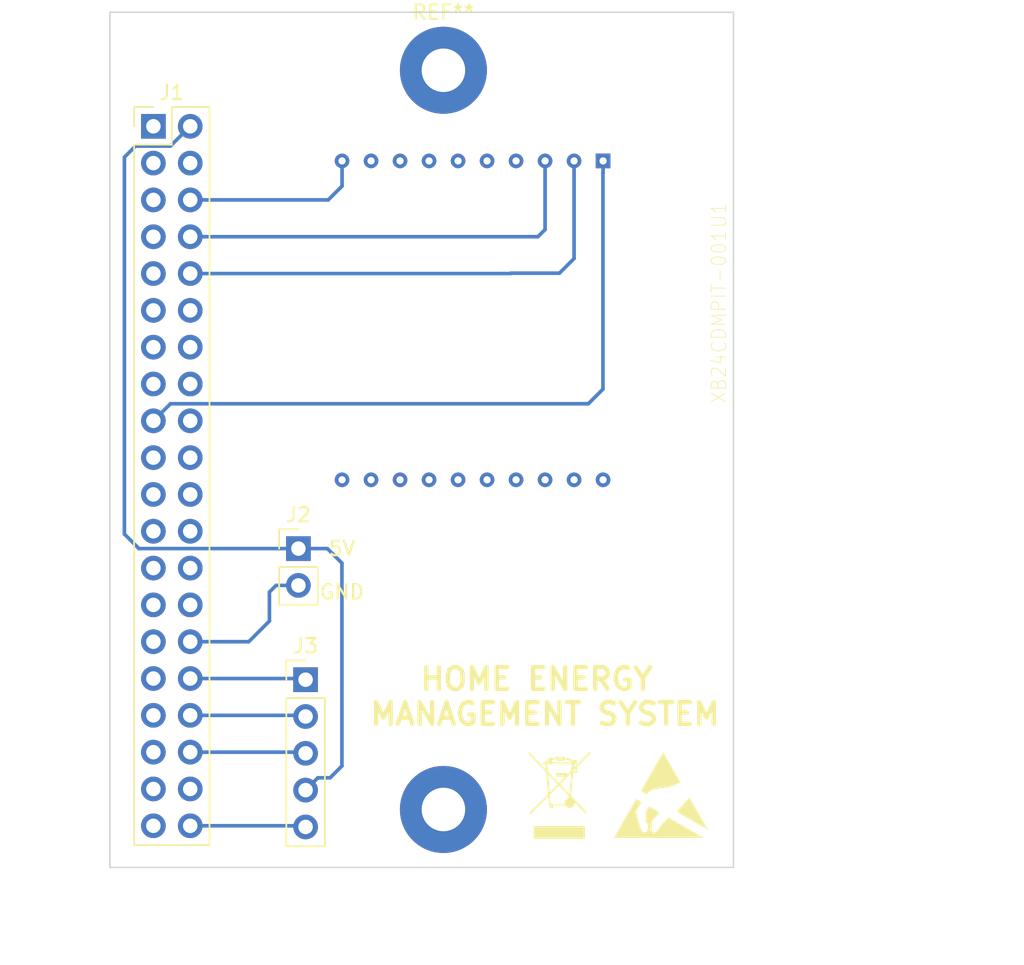
<source format=kicad_pcb>
(kicad_pcb (version 20171130) (host pcbnew "(5.0.2)-1")

  (general
    (thickness 1.6)
    (drawings 10)
    (tracks 43)
    (zones 0)
    (modules 8)
    (nets 57)
  )

  (page A4)
  (layers
    (0 F.Cu signal)
    (31 B.Cu signal)
    (32 B.Adhes user)
    (33 F.Adhes user)
    (34 B.Paste user)
    (35 F.Paste user)
    (36 B.SilkS user)
    (37 F.SilkS user)
    (38 B.Mask user)
    (39 F.Mask user)
    (40 Dwgs.User user)
    (41 Cmts.User user)
    (42 Eco1.User user)
    (43 Eco2.User user)
    (44 Edge.Cuts user)
    (45 Margin user)
    (46 B.CrtYd user)
    (47 F.CrtYd user)
    (48 B.Fab user)
    (49 F.Fab user)
  )

  (setup
    (last_trace_width 0.25)
    (trace_clearance 0.2)
    (zone_clearance 0.508)
    (zone_45_only no)
    (trace_min 0.2)
    (segment_width 0.2)
    (edge_width 0.1)
    (via_size 0.8)
    (via_drill 0.4)
    (via_min_size 0.4)
    (via_min_drill 0.3)
    (uvia_size 0.3)
    (uvia_drill 0.1)
    (uvias_allowed no)
    (uvia_min_size 0.2)
    (uvia_min_drill 0.1)
    (pcb_text_width 0.3)
    (pcb_text_size 1.5 1.5)
    (mod_edge_width 0.15)
    (mod_text_size 1 1)
    (mod_text_width 0.15)
    (pad_size 1.5 1.5)
    (pad_drill 0.6)
    (pad_to_mask_clearance 0)
    (solder_mask_min_width 0.25)
    (aux_axis_origin 0 0)
    (visible_elements 7FFFFFFF)
    (pcbplotparams
      (layerselection 0x010fc_ffffffff)
      (usegerberextensions false)
      (usegerberattributes false)
      (usegerberadvancedattributes false)
      (creategerberjobfile false)
      (excludeedgelayer true)
      (linewidth 0.100000)
      (plotframeref false)
      (viasonmask false)
      (mode 1)
      (useauxorigin false)
      (hpglpennumber 1)
      (hpglpenspeed 20)
      (hpglpendiameter 15.000000)
      (psnegative false)
      (psa4output false)
      (plotreference true)
      (plotvalue true)
      (plotinvisibletext false)
      (padsonsilk false)
      (subtractmaskfromsilk false)
      (outputformat 1)
      (mirror false)
      (drillshape 1)
      (scaleselection 1)
      (outputdirectory ""))
  )

  (net 0 "")
  (net 1 VCC)
  (net 2 5Vsupply)
  (net 3 "Net-(J1-Pad3)")
  (net 4 "Net-(J1-Pad4)")
  (net 5 "Net-(J1-Pad5)")
  (net 6 "Net-(J1-Pad7)")
  (net 7 X_DIN)
  (net 8 "Net-(J1-Pad9)")
  (net 9 X_DOUT)
  (net 10 "Net-(J1-Pad11)")
  (net 11 Therm_out)
  (net 12 "Net-(J1-Pad13)")
  (net 13 "Net-(J1-Pad14)")
  (net 14 "Net-(J1-Pad15)")
  (net 15 Therm_in_h)
  (net 16 Therm_in_c)
  (net 17 "Net-(J1-Pad19)")
  (net 18 "Net-(J1-Pad21)")
  (net 19 "Net-(J1-Pad22)")
  (net 20 "Net-(J1-Pad23)")
  (net 21 "Net-(J1-Pad24)")
  (net 22 "Net-(J1-Pad25)")
  (net 23 "Net-(J1-Pad26)")
  (net 24 "Net-(J1-Pad27)")
  (net 25 "Net-(J1-Pad28)")
  (net 26 "Net-(J1-Pad29)")
  (net 27 "Net-(J1-Pad31)")
  (net 28 "Net-(J1-Pad33)")
  (net 29 "Net-(J1-Pad35)")
  (net 30 "Net-(J1-Pad37)")
  (net 31 "Net-(J1-Pad38)")
  (net 32 GND)
  (net 33 "Net-(U1-Pad4)")
  (net 34 "Net-(U1-Pad5)")
  (net 35 "Net-(U1-Pad6)")
  (net 36 "Net-(U1-Pad7)")
  (net 37 "Net-(U1-Pad8)")
  (net 38 "Net-(U1-Pad9)")
  (net 39 "Net-(U1-Pad20)")
  (net 40 "Net-(U1-Pad19)")
  (net 41 "Net-(U1-Pad18)")
  (net 42 "Net-(U1-Pad17)")
  (net 43 "Net-(U1-Pad16)")
  (net 44 "Net-(U1-Pad15)")
  (net 45 "Net-(U1-Pad14)")
  (net 46 "Net-(U1-Pad13)")
  (net 47 "Net-(U1-Pad12)")
  (net 48 "Net-(U1-Pad11)")
  (net 49 "Net-(J1-Pad12)")
  (net 50 "Net-(J1-Pad16)")
  (net 51 "Net-(J1-Pad39)")
  (net 52 "Net-(J1-Pad18)")
  (net 53 "Net-(J1-Pad20)")
  (net 54 GND3)
  (net 55 GND2)
  (net 56 "Net-(J1-Pad1)")

  (net_class Default "This is the default net class."
    (clearance 0.2)
    (trace_width 0.25)
    (via_dia 0.8)
    (via_drill 0.4)
    (uvia_dia 0.3)
    (uvia_drill 0.1)
    (add_net 5Vsupply)
    (add_net GND)
    (add_net GND2)
    (add_net GND3)
    (add_net "Net-(J1-Pad1)")
    (add_net "Net-(J1-Pad11)")
    (add_net "Net-(J1-Pad12)")
    (add_net "Net-(J1-Pad13)")
    (add_net "Net-(J1-Pad14)")
    (add_net "Net-(J1-Pad15)")
    (add_net "Net-(J1-Pad16)")
    (add_net "Net-(J1-Pad18)")
    (add_net "Net-(J1-Pad19)")
    (add_net "Net-(J1-Pad20)")
    (add_net "Net-(J1-Pad21)")
    (add_net "Net-(J1-Pad22)")
    (add_net "Net-(J1-Pad23)")
    (add_net "Net-(J1-Pad24)")
    (add_net "Net-(J1-Pad25)")
    (add_net "Net-(J1-Pad26)")
    (add_net "Net-(J1-Pad27)")
    (add_net "Net-(J1-Pad28)")
    (add_net "Net-(J1-Pad29)")
    (add_net "Net-(J1-Pad3)")
    (add_net "Net-(J1-Pad31)")
    (add_net "Net-(J1-Pad33)")
    (add_net "Net-(J1-Pad35)")
    (add_net "Net-(J1-Pad37)")
    (add_net "Net-(J1-Pad38)")
    (add_net "Net-(J1-Pad39)")
    (add_net "Net-(J1-Pad4)")
    (add_net "Net-(J1-Pad5)")
    (add_net "Net-(J1-Pad7)")
    (add_net "Net-(J1-Pad9)")
    (add_net "Net-(U1-Pad11)")
    (add_net "Net-(U1-Pad12)")
    (add_net "Net-(U1-Pad13)")
    (add_net "Net-(U1-Pad14)")
    (add_net "Net-(U1-Pad15)")
    (add_net "Net-(U1-Pad16)")
    (add_net "Net-(U1-Pad17)")
    (add_net "Net-(U1-Pad18)")
    (add_net "Net-(U1-Pad19)")
    (add_net "Net-(U1-Pad20)")
    (add_net "Net-(U1-Pad4)")
    (add_net "Net-(U1-Pad5)")
    (add_net "Net-(U1-Pad6)")
    (add_net "Net-(U1-Pad7)")
    (add_net "Net-(U1-Pad8)")
    (add_net "Net-(U1-Pad9)")
    (add_net Therm_in_c)
    (add_net Therm_in_h)
    (add_net Therm_out)
    (add_net VCC)
    (add_net X_DIN)
    (add_net X_DOUT)
  )

  (module XB24CDMPIT-001:DIP-20 (layer F.Cu) (tedit 0) (tstamp 5C522E13)
    (at 145 69 270)
    (descr "Xbee Zb (Zigbee Pro Feature Set), 1mw, Wire Antenna, 250000")
    (path /5C50AEE8)
    (fp_text reference U1 (at 5 -34 270) (layer F.SilkS)
      (effects (font (size 1 0.9) (thickness 0.05)))
    )
    (fp_text value XB24CDMPIT-001 (at 12 -34 90) (layer F.SilkS)
      (effects (font (size 1 0.9) (thickness 0.05)))
    )
    (fp_line (start 7.593 -32.941) (end 0.002 -26.41) (layer Dwgs.User) (width 0.1))
    (fp_line (start 0.002 -26.41) (end 0.002 -0.001) (layer Dwgs.User) (width 0.1))
    (fp_line (start 0.002 -0.001) (end 24.381 -0.001) (layer Dwgs.User) (width 0.1))
    (fp_line (start 24.381 -0.001) (end 24.381 -26.411) (layer Dwgs.User) (width 0.1))
    (fp_line (start 24.381 -26.411) (end 16.791 -32.941) (layer Dwgs.User) (width 0.1))
    (fp_line (start 16.791 -32.941) (end 7.593 -32.941) (layer Dwgs.User) (width 0.1))
    (fp_text user XBee (at 6.00698 -17.22 270) (layer Edge.Cuts)
      (effects (font (size 1 1) (thickness 0.05)))
    )
    (fp_line (start 5.4 -20.8) (end 18.9 -20.8) (layer Dwgs.User) (width 0.1))
    (fp_line (start 5.4 -15.7) (end 18.9 -15.7) (layer Dwgs.User) (width 0.1))
    (pad 1 thru_hole rect (at 1.254 -26.009 270) (size 1.008 1.008) (drill 0.5) (layers *.Cu *.Mask)
      (net 1 VCC))
    (pad 2 thru_hole circle (at 1.254 -24.009 270) (size 1.008 1.008) (drill 0.5) (layers *.Cu *.Mask)
      (net 9 X_DOUT))
    (pad 3 thru_hole circle (at 1.254 -22.009 270) (size 1.008 1.008) (drill 0.5) (layers *.Cu *.Mask)
      (net 7 X_DIN))
    (pad 4 thru_hole circle (at 1.254 -20.009 270) (size 1.008 1.008) (drill 0.5) (layers *.Cu *.Mask)
      (net 33 "Net-(U1-Pad4)"))
    (pad 5 thru_hole circle (at 1.254 -18.009 270) (size 1.008 1.008) (drill 0.5) (layers *.Cu *.Mask)
      (net 34 "Net-(U1-Pad5)"))
    (pad 6 thru_hole circle (at 1.254 -16.009 270) (size 1.008 1.008) (drill 0.5) (layers *.Cu *.Mask)
      (net 35 "Net-(U1-Pad6)"))
    (pad 7 thru_hole circle (at 1.254 -14.009 270) (size 1.008 1.008) (drill 0.5) (layers *.Cu *.Mask)
      (net 36 "Net-(U1-Pad7)"))
    (pad 8 thru_hole circle (at 1.254 -12.009 270) (size 1.008 1.008) (drill 0.5) (layers *.Cu *.Mask)
      (net 37 "Net-(U1-Pad8)"))
    (pad 9 thru_hole circle (at 1.254 -10.009 270) (size 1.008 1.008) (drill 0.5) (layers *.Cu *.Mask)
      (net 38 "Net-(U1-Pad9)"))
    (pad 10 thru_hole circle (at 1.254 -8.009 270) (size 1.008 1.008) (drill 0.5) (layers *.Cu *.Mask)
      (net 32 GND))
    (pad 20 thru_hole circle (at 23.254 -26.009 270) (size 1.008 1.008) (drill 0.5) (layers *.Cu *.Mask)
      (net 39 "Net-(U1-Pad20)"))
    (pad 19 thru_hole circle (at 23.254 -24.009 270) (size 1.008 1.008) (drill 0.5) (layers *.Cu *.Mask)
      (net 40 "Net-(U1-Pad19)"))
    (pad 18 thru_hole circle (at 23.254 -22.009 270) (size 1.008 1.008) (drill 0.5) (layers *.Cu *.Mask)
      (net 41 "Net-(U1-Pad18)"))
    (pad 17 thru_hole circle (at 23.254 -20.009 270) (size 1.008 1.008) (drill 0.5) (layers *.Cu *.Mask)
      (net 42 "Net-(U1-Pad17)"))
    (pad 16 thru_hole circle (at 23.254 -18.009 270) (size 1.008 1.008) (drill 0.5) (layers *.Cu *.Mask)
      (net 43 "Net-(U1-Pad16)"))
    (pad 15 thru_hole circle (at 23.254 -16.009 270) (size 1.008 1.008) (drill 0.5) (layers *.Cu *.Mask)
      (net 44 "Net-(U1-Pad15)"))
    (pad 14 thru_hole circle (at 23.254 -14.009 270) (size 1.008 1.008) (drill 0.5) (layers *.Cu *.Mask)
      (net 45 "Net-(U1-Pad14)"))
    (pad 13 thru_hole circle (at 23.254 -12.009 270) (size 1.008 1.008) (drill 0.5) (layers *.Cu *.Mask)
      (net 46 "Net-(U1-Pad13)"))
    (pad 12 thru_hole circle (at 23.254 -10.009 270) (size 1.008 1.008) (drill 0.5) (layers *.Cu *.Mask)
      (net 47 "Net-(U1-Pad12)"))
    (pad 11 thru_hole circle (at 23.254 -8.009 270) (size 1.008 1.008) (drill 0.5) (layers *.Cu *.Mask)
      (net 48 "Net-(U1-Pad11)"))
  )

  (module Connector_PinHeader_2.54mm:PinHeader_2x20_P2.54mm_Vertical (layer F.Cu) (tedit 5C524F15) (tstamp 5C522DC3)
    (at 140 67.865001)
    (descr "Through hole straight pin header, 2x20, 2.54mm pitch, double rows")
    (tags "Through hole pin header THT 2x20 2.54mm double row")
    (path /5C4EF2A8)
    (fp_text reference J1 (at 1.27 -2.33) (layer F.SilkS)
      (effects (font (size 1 1) (thickness 0.15)))
    )
    (fp_text value Conn_02x20_Odd_Even (at -2 50.134999) (layer F.Fab)
      (effects (font (size 1 1) (thickness 0.15)))
    )
    (fp_line (start 0 -1.27) (end 3.81 -1.27) (layer F.Fab) (width 0.1))
    (fp_line (start 3.81 -1.27) (end 3.81 49.53) (layer F.Fab) (width 0.1))
    (fp_line (start 3.81 49.53) (end -1.27 49.53) (layer F.Fab) (width 0.1))
    (fp_line (start -1.27 49.53) (end -1.27 0) (layer F.Fab) (width 0.1))
    (fp_line (start -1.27 0) (end 0 -1.27) (layer F.Fab) (width 0.1))
    (fp_line (start -1.33 49.59) (end 3.87 49.59) (layer F.SilkS) (width 0.12))
    (fp_line (start -1.33 1.27) (end -1.33 49.59) (layer F.SilkS) (width 0.12))
    (fp_line (start 3.87 -1.33) (end 3.87 49.59) (layer F.SilkS) (width 0.12))
    (fp_line (start -1.33 1.27) (end 1.27 1.27) (layer F.SilkS) (width 0.12))
    (fp_line (start 1.27 1.27) (end 1.27 -1.33) (layer F.SilkS) (width 0.12))
    (fp_line (start 1.27 -1.33) (end 3.87 -1.33) (layer F.SilkS) (width 0.12))
    (fp_line (start -1.33 0) (end -1.33 -1.33) (layer F.SilkS) (width 0.12))
    (fp_line (start -1.33 -1.33) (end 0 -1.33) (layer F.SilkS) (width 0.12))
    (fp_line (start -1.8 -1.8) (end -1.8 50.05) (layer F.CrtYd) (width 0.05))
    (fp_line (start -1.8 50.05) (end 4.35 50.05) (layer F.CrtYd) (width 0.05))
    (fp_line (start 4.35 50.05) (end 4.35 -1.8) (layer F.CrtYd) (width 0.05))
    (fp_line (start 4.35 -1.8) (end -1.8 -1.8) (layer F.CrtYd) (width 0.05))
    (fp_text user %R (at 1.27 24.13 90) (layer F.Fab)
      (effects (font (size 1 1) (thickness 0.15)))
    )
    (pad 1 thru_hole rect (at 0 0) (size 1.7 1.7) (drill 1) (layers *.Cu *.Mask)
      (net 56 "Net-(J1-Pad1)"))
    (pad 2 thru_hole oval (at 2.54 0) (size 1.7 1.7) (drill 1) (layers *.Cu *.Mask)
      (net 2 5Vsupply))
    (pad 3 thru_hole oval (at 0 2.54) (size 1.7 1.7) (drill 1) (layers *.Cu *.Mask)
      (net 3 "Net-(J1-Pad3)"))
    (pad 4 thru_hole oval (at 2.54 2.54) (size 1.7 1.7) (drill 1) (layers *.Cu *.Mask)
      (net 4 "Net-(J1-Pad4)"))
    (pad 5 thru_hole oval (at 0 5.08) (size 1.7 1.7) (drill 1) (layers *.Cu *.Mask)
      (net 5 "Net-(J1-Pad5)"))
    (pad 6 thru_hole oval (at 2.54 5.08) (size 1.7 1.7) (drill 1) (layers *.Cu *.Mask)
      (net 32 GND))
    (pad 7 thru_hole oval (at 0 7.62) (size 1.7 1.7) (drill 1) (layers *.Cu *.Mask)
      (net 6 "Net-(J1-Pad7)"))
    (pad 8 thru_hole oval (at 2.54 7.62) (size 1.7 1.7) (drill 1) (layers *.Cu *.Mask)
      (net 7 X_DIN))
    (pad 9 thru_hole oval (at 0 10.16) (size 1.7 1.7) (drill 1) (layers *.Cu *.Mask)
      (net 8 "Net-(J1-Pad9)"))
    (pad 10 thru_hole oval (at 2.54 10.16) (size 1.7 1.7) (drill 1) (layers *.Cu *.Mask)
      (net 9 X_DOUT))
    (pad 11 thru_hole oval (at 0 12.7) (size 1.7 1.7) (drill 1) (layers *.Cu *.Mask)
      (net 10 "Net-(J1-Pad11)"))
    (pad 12 thru_hole oval (at 2.54 12.7) (size 1.7 1.7) (drill 1) (layers *.Cu *.Mask)
      (net 49 "Net-(J1-Pad12)"))
    (pad 13 thru_hole oval (at 0 15.24) (size 1.7 1.7) (drill 1) (layers *.Cu *.Mask)
      (net 12 "Net-(J1-Pad13)"))
    (pad 14 thru_hole oval (at 2.54 15.24) (size 1.7 1.7) (drill 1) (layers *.Cu *.Mask)
      (net 13 "Net-(J1-Pad14)"))
    (pad 15 thru_hole oval (at 0 17.78) (size 1.7 1.7) (drill 1) (layers *.Cu *.Mask)
      (net 14 "Net-(J1-Pad15)"))
    (pad 16 thru_hole oval (at 2.54 17.78) (size 1.7 1.7) (drill 1) (layers *.Cu *.Mask)
      (net 50 "Net-(J1-Pad16)"))
    (pad 17 thru_hole oval (at 0 20.32) (size 1.7 1.7) (drill 1) (layers *.Cu *.Mask)
      (net 1 VCC))
    (pad 18 thru_hole oval (at 2.54 20.32) (size 1.7 1.7) (drill 1) (layers *.Cu *.Mask)
      (net 52 "Net-(J1-Pad18)"))
    (pad 19 thru_hole oval (at 0 22.86) (size 1.7 1.7) (drill 1) (layers *.Cu *.Mask)
      (net 17 "Net-(J1-Pad19)"))
    (pad 20 thru_hole oval (at 2.54 22.86) (size 1.7 1.7) (drill 1) (layers *.Cu *.Mask)
      (net 53 "Net-(J1-Pad20)"))
    (pad 21 thru_hole oval (at 0 25.4) (size 1.7 1.7) (drill 1) (layers *.Cu *.Mask)
      (net 18 "Net-(J1-Pad21)"))
    (pad 22 thru_hole oval (at 2.54 25.4) (size 1.7 1.7) (drill 1) (layers *.Cu *.Mask)
      (net 19 "Net-(J1-Pad22)"))
    (pad 23 thru_hole oval (at 0 27.94) (size 1.7 1.7) (drill 1) (layers *.Cu *.Mask)
      (net 20 "Net-(J1-Pad23)"))
    (pad 24 thru_hole oval (at 2.54 27.94) (size 1.7 1.7) (drill 1) (layers *.Cu *.Mask)
      (net 21 "Net-(J1-Pad24)"))
    (pad 25 thru_hole oval (at 0 30.48) (size 1.7 1.7) (drill 1) (layers *.Cu *.Mask)
      (net 22 "Net-(J1-Pad25)"))
    (pad 26 thru_hole oval (at 2.54 30.48) (size 1.7 1.7) (drill 1) (layers *.Cu *.Mask)
      (net 23 "Net-(J1-Pad26)"))
    (pad 27 thru_hole oval (at 0 33.02) (size 1.7 1.7) (drill 1) (layers *.Cu *.Mask)
      (net 24 "Net-(J1-Pad27)"))
    (pad 28 thru_hole oval (at 2.54 33.02) (size 1.7 1.7) (drill 1) (layers *.Cu *.Mask)
      (net 25 "Net-(J1-Pad28)"))
    (pad 29 thru_hole oval (at 0 35.56) (size 1.7 1.7) (drill 1) (layers *.Cu *.Mask)
      (net 26 "Net-(J1-Pad29)"))
    (pad 30 thru_hole oval (at 2.54 35.56) (size 1.7 1.7) (drill 1) (layers *.Cu *.Mask)
      (net 54 GND3))
    (pad 31 thru_hole oval (at 0 38.1) (size 1.7 1.7) (drill 1) (layers *.Cu *.Mask)
      (net 27 "Net-(J1-Pad31)"))
    (pad 32 thru_hole oval (at 2.54 38.1) (size 1.7 1.7) (drill 1) (layers *.Cu *.Mask)
      (net 15 Therm_in_h))
    (pad 33 thru_hole oval (at 0 40.64) (size 1.7 1.7) (drill 1) (layers *.Cu *.Mask)
      (net 28 "Net-(J1-Pad33)"))
    (pad 34 thru_hole oval (at 2.54 40.64) (size 1.7 1.7) (drill 1) (layers *.Cu *.Mask)
      (net 55 GND2))
    (pad 35 thru_hole oval (at 0 43.18) (size 1.7 1.7) (drill 1) (layers *.Cu *.Mask)
      (net 29 "Net-(J1-Pad35)"))
    (pad 36 thru_hole oval (at 2.54 43.18) (size 1.7 1.7) (drill 1) (layers *.Cu *.Mask)
      (net 16 Therm_in_c))
    (pad 37 thru_hole oval (at 0 45.72) (size 1.7 1.7) (drill 1) (layers *.Cu *.Mask)
      (net 30 "Net-(J1-Pad37)"))
    (pad 38 thru_hole oval (at 2.54 45.72) (size 1.7 1.7) (drill 1) (layers *.Cu *.Mask)
      (net 31 "Net-(J1-Pad38)"))
    (pad 39 thru_hole oval (at 0 48.26) (size 1.7 1.7) (drill 1) (layers *.Cu *.Mask)
      (net 51 "Net-(J1-Pad39)"))
    (pad 40 thru_hole oval (at 2.54 48.26) (size 1.7 1.7) (drill 1) (layers *.Cu *.Mask)
      (net 11 Therm_out))
    (model ${KISYS3DMOD}/Connector_PinHeader_2.54mm.3dshapes/PinHeader_2x20_P2.54mm_Vertical.wrl
      (at (xyz 0 0 0))
      (scale (xyz 1 1 1))
      (rotate (xyz 0 0 0))
    )
  )

  (module Connector_PinHeader_2.54mm:PinHeader_1x02_P2.54mm_Vertical (layer F.Cu) (tedit 59FED5CC) (tstamp 5C522DD9)
    (at 150 97)
    (descr "Through hole straight pin header, 1x02, 2.54mm pitch, single row")
    (tags "Through hole pin header THT 1x02 2.54mm single row")
    (path /5C50A7E1)
    (fp_text reference J2 (at 0 -2.33) (layer F.SilkS)
      (effects (font (size 1 1) (thickness 0.15)))
    )
    (fp_text value Conn_01x02_Male (at 0 4.87) (layer F.Fab)
      (effects (font (size 1 1) (thickness 0.15)))
    )
    (fp_text user %R (at 0 1.27 -270) (layer F.Fab)
      (effects (font (size 1 1) (thickness 0.15)))
    )
    (fp_line (start 1.8 -1.8) (end -1.8 -1.8) (layer F.CrtYd) (width 0.05))
    (fp_line (start 1.8 4.35) (end 1.8 -1.8) (layer F.CrtYd) (width 0.05))
    (fp_line (start -1.8 4.35) (end 1.8 4.35) (layer F.CrtYd) (width 0.05))
    (fp_line (start -1.8 -1.8) (end -1.8 4.35) (layer F.CrtYd) (width 0.05))
    (fp_line (start -1.33 -1.33) (end 0 -1.33) (layer F.SilkS) (width 0.12))
    (fp_line (start -1.33 0) (end -1.33 -1.33) (layer F.SilkS) (width 0.12))
    (fp_line (start -1.33 1.27) (end 1.33 1.27) (layer F.SilkS) (width 0.12))
    (fp_line (start 1.33 1.27) (end 1.33 3.87) (layer F.SilkS) (width 0.12))
    (fp_line (start -1.33 1.27) (end -1.33 3.87) (layer F.SilkS) (width 0.12))
    (fp_line (start -1.33 3.87) (end 1.33 3.87) (layer F.SilkS) (width 0.12))
    (fp_line (start -1.27 -0.635) (end -0.635 -1.27) (layer F.Fab) (width 0.1))
    (fp_line (start -1.27 3.81) (end -1.27 -0.635) (layer F.Fab) (width 0.1))
    (fp_line (start 1.27 3.81) (end -1.27 3.81) (layer F.Fab) (width 0.1))
    (fp_line (start 1.27 -1.27) (end 1.27 3.81) (layer F.Fab) (width 0.1))
    (fp_line (start -0.635 -1.27) (end 1.27 -1.27) (layer F.Fab) (width 0.1))
    (pad 2 thru_hole oval (at 0 2.54) (size 1.7 1.7) (drill 1) (layers *.Cu *.Mask)
      (net 54 GND3))
    (pad 1 thru_hole rect (at 0 0) (size 1.7 1.7) (drill 1) (layers *.Cu *.Mask)
      (net 2 5Vsupply))
    (model ${KISYS3DMOD}/Connector_PinHeader_2.54mm.3dshapes/PinHeader_1x02_P2.54mm_Vertical.wrl
      (at (xyz 0 0 0))
      (scale (xyz 1 1 1))
      (rotate (xyz 0 0 0))
    )
  )

  (module Connector_PinHeader_2.54mm:PinHeader_1x05_P2.54mm_Vertical (layer F.Cu) (tedit 59FED5CC) (tstamp 5C522DF2)
    (at 150.495 106.045)
    (descr "Through hole straight pin header, 1x05, 2.54mm pitch, single row")
    (tags "Through hole pin header THT 1x05 2.54mm single row")
    (path /5C4EF7D1)
    (fp_text reference J3 (at 0 -2.33) (layer F.SilkS)
      (effects (font (size 1 1) (thickness 0.15)))
    )
    (fp_text value Conn_01x05_Male (at 0 12.49) (layer F.Fab)
      (effects (font (size 1 1) (thickness 0.15)))
    )
    (fp_line (start -0.635 -1.27) (end 1.27 -1.27) (layer F.Fab) (width 0.1))
    (fp_line (start 1.27 -1.27) (end 1.27 11.43) (layer F.Fab) (width 0.1))
    (fp_line (start 1.27 11.43) (end -1.27 11.43) (layer F.Fab) (width 0.1))
    (fp_line (start -1.27 11.43) (end -1.27 -0.635) (layer F.Fab) (width 0.1))
    (fp_line (start -1.27 -0.635) (end -0.635 -1.27) (layer F.Fab) (width 0.1))
    (fp_line (start -1.33 11.49) (end 1.33 11.49) (layer F.SilkS) (width 0.12))
    (fp_line (start -1.33 1.27) (end -1.33 11.49) (layer F.SilkS) (width 0.12))
    (fp_line (start 1.33 1.27) (end 1.33 11.49) (layer F.SilkS) (width 0.12))
    (fp_line (start -1.33 1.27) (end 1.33 1.27) (layer F.SilkS) (width 0.12))
    (fp_line (start -1.33 0) (end -1.33 -1.33) (layer F.SilkS) (width 0.12))
    (fp_line (start -1.33 -1.33) (end 0 -1.33) (layer F.SilkS) (width 0.12))
    (fp_line (start -1.8 -1.8) (end -1.8 11.95) (layer F.CrtYd) (width 0.05))
    (fp_line (start -1.8 11.95) (end 1.8 11.95) (layer F.CrtYd) (width 0.05))
    (fp_line (start 1.8 11.95) (end 1.8 -1.8) (layer F.CrtYd) (width 0.05))
    (fp_line (start 1.8 -1.8) (end -1.8 -1.8) (layer F.CrtYd) (width 0.05))
    (fp_text user %R (at 0 5.08 90) (layer F.Fab)
      (effects (font (size 1 1) (thickness 0.15)))
    )
    (pad 1 thru_hole rect (at 0 0) (size 1.7 1.7) (drill 1) (layers *.Cu *.Mask)
      (net 15 Therm_in_h))
    (pad 2 thru_hole oval (at 0 2.54) (size 1.7 1.7) (drill 1) (layers *.Cu *.Mask)
      (net 55 GND2))
    (pad 3 thru_hole oval (at 0 5.08) (size 1.7 1.7) (drill 1) (layers *.Cu *.Mask)
      (net 16 Therm_in_c))
    (pad 4 thru_hole oval (at 0 7.62) (size 1.7 1.7) (drill 1) (layers *.Cu *.Mask)
      (net 2 5Vsupply))
    (pad 5 thru_hole oval (at 0 10.16) (size 1.7 1.7) (drill 1) (layers *.Cu *.Mask)
      (net 11 Therm_out))
    (model ${KISYS3DMOD}/Connector_PinHeader_2.54mm.3dshapes/PinHeader_1x05_P2.54mm_Vertical.wrl
      (at (xyz 0 0 0))
      (scale (xyz 1 1 1))
      (rotate (xyz 0 0 0))
    )
  )

  (module MountingHole:MountingHole_3mm_Pad (layer F.Cu) (tedit 5C706576) (tstamp 5C705229)
    (at 160 115)
    (descr "Mounting Hole 3mm")
    (tags "mounting hole 3mm")
    (attr virtual)
    (fp_text reference "" (at 0 -4) (layer F.SilkS)
      (effects (font (size 1 1) (thickness 0.15)))
    )
    (fp_text value MountingHole_3mm_Pad (at 0 4) (layer F.Fab)
      (effects (font (size 1 1) (thickness 0.15)))
    )
    (fp_circle (center 0 0) (end 3.25 0) (layer F.CrtYd) (width 0.05))
    (fp_circle (center 0 0) (end 3 0) (layer Cmts.User) (width 0.15))
    (fp_text user %R (at 0.3 0) (layer F.Fab)
      (effects (font (size 1 1) (thickness 0.15)))
    )
    (pad 1 thru_hole circle (at 0 0) (size 6 6) (drill 3) (layers *.Cu *.Mask))
  )

  (module MountingHole:MountingHole_3mm_Pad (layer F.Cu) (tedit 56D1B4CB) (tstamp 5C70545D)
    (at 160 64)
    (descr "Mounting Hole 3mm")
    (tags "mounting hole 3mm")
    (attr virtual)
    (fp_text reference REF** (at 0 -4) (layer F.SilkS)
      (effects (font (size 1 1) (thickness 0.15)))
    )
    (fp_text value MountingHole_3mm_Pad (at 0 4) (layer F.Fab)
      (effects (font (size 1 1) (thickness 0.15)))
    )
    (fp_circle (center 0 0) (end 3.25 0) (layer F.CrtYd) (width 0.05))
    (fp_circle (center 0 0) (end 3 0) (layer Cmts.User) (width 0.15))
    (fp_text user %R (at 0.3 0) (layer F.Fab)
      (effects (font (size 1 1) (thickness 0.15)))
    )
    (pad 1 thru_hole circle (at 0 0) (size 6 6) (drill 3) (layers *.Cu *.Mask))
  )

  (module Symbol:ESD-Logo_6.6x6mm_SilkScreen (layer F.Cu) (tedit 0) (tstamp 5C775F39)
    (at 175 114)
    (descr "Electrostatic discharge Logo")
    (tags "Logo ESD")
    (attr virtual)
    (fp_text reference REF** (at 0 0) (layer F.SilkS) hide
      (effects (font (size 1 1) (thickness 0.15)))
    )
    (fp_text value ESD-Logo_6.6x6mm_SilkScreen (at 0.75 0) (layer F.Fab) hide
      (effects (font (size 1 1) (thickness 0.15)))
    )
    (fp_poly (pts (xy 0.164043 -2.914165) (xy 0.187065 -2.876755) (xy 0.222534 -2.817486) (xy 0.268996 -2.738882)
      (xy 0.324996 -2.643462) (xy 0.389081 -2.53375) (xy 0.459796 -2.412266) (xy 0.535687 -2.281532)
      (xy 0.615299 -2.14407) (xy 0.697178 -2.002402) (xy 0.77987 -1.859049) (xy 0.861921 -1.716533)
      (xy 0.941876 -1.577376) (xy 1.018281 -1.444099) (xy 1.089682 -1.319224) (xy 1.154624 -1.205273)
      (xy 1.211653 -1.104767) (xy 1.259315 -1.020228) (xy 1.296155 -0.954178) (xy 1.32072 -0.909138)
      (xy 1.331554 -0.88763) (xy 1.331951 -0.886286) (xy 1.318501 -0.868035) (xy 1.281114 -0.840118)
      (xy 1.224235 -0.805275) (xy 1.152312 -0.766246) (xy 1.077015 -0.729157) (xy 0.97456 -0.684183)
      (xy 0.866817 -0.643774) (xy 0.750073 -0.607031) (xy 0.620618 -0.573058) (xy 0.47474 -0.540956)
      (xy 0.308726 -0.509827) (xy 0.118866 -0.478773) (xy -0.077531 -0.449855) (xy -0.248166 -0.4242)
      (xy -0.391455 -0.398802) (xy -0.510992 -0.372398) (xy -0.61037 -0.343727) (xy -0.693182 -0.311527)
      (xy -0.763022 -0.274535) (xy -0.823482 -0.231488) (xy -0.878155 -0.181125) (xy -0.895786 -0.162417)
      (xy -0.934 -0.118861) (xy -0.962268 -0.083318) (xy -0.975382 -0.062417) (xy -0.975732 -0.060703)
      (xy -0.98032 -0.050194) (xy -0.996242 -0.050076) (xy -1.026734 -0.061746) (xy -1.075032 -0.086604)
      (xy -1.144373 -0.126048) (xy -1.192561 -0.154413) (xy -1.264417 -0.198753) (xy -1.320258 -0.236721)
      (xy -1.356333 -0.265584) (xy -1.368887 -0.282612) (xy -1.368879 -0.282736) (xy -1.361094 -0.298963)
      (xy -1.339108 -0.3396) (xy -1.304197 -0.402433) (xy -1.257637 -0.485248) (xy -1.200705 -0.585828)
      (xy -1.134677 -0.70196) (xy -1.060828 -0.831429) (xy -0.980436 -0.97202) (xy -0.894776 -1.121518)
      (xy -0.805124 -1.277708) (xy -0.712757 -1.438376) (xy -0.618951 -1.601307) (xy -0.524982 -1.764287)
      (xy -0.432126 -1.9251) (xy -0.34166 -2.081532) (xy -0.254859 -2.231367) (xy -0.173 -2.372392)
      (xy -0.097359 -2.502391) (xy -0.029213 -2.619151) (xy 0.030163 -2.720455) (xy 0.079493 -2.804089)
      (xy 0.1175 -2.867838) (xy 0.142907 -2.909489) (xy 0.15444 -2.926825) (xy 0.154923 -2.927195)
      (xy 0.164043 -2.914165)) (layer F.SilkS) (width 0.01))
    (fp_poly (pts (xy 1.987528 0.234619) (xy 1.998908 0.253693) (xy 2.024488 0.297421) (xy 2.063002 0.363619)
      (xy 2.113186 0.450102) (xy 2.173775 0.554685) (xy 2.243503 0.675183) (xy 2.321107 0.809412)
      (xy 2.40532 0.955187) (xy 2.494879 1.110323) (xy 2.586998 1.27) (xy 2.681076 1.433117)
      (xy 2.771402 1.589709) (xy 2.856665 1.737506) (xy 2.935557 1.87424) (xy 3.006769 1.997642)
      (xy 3.068991 2.105444) (xy 3.120913 2.195377) (xy 3.161228 2.265173) (xy 3.188624 2.312564)
      (xy 3.201507 2.334786) (xy 3.222507 2.37233) (xy 3.233925 2.395831) (xy 3.234551 2.39992)
      (xy 3.220636 2.392242) (xy 3.181941 2.370203) (xy 3.120487 2.334971) (xy 3.038298 2.287711)
      (xy 2.937396 2.229589) (xy 2.819805 2.161771) (xy 2.687546 2.085424) (xy 2.542642 2.001714)
      (xy 2.387117 1.911806) (xy 2.222992 1.816867) (xy 2.160549 1.780732) (xy 1.993487 1.684083)
      (xy 1.834074 1.591938) (xy 1.684355 1.505475) (xy 1.546376 1.425871) (xy 1.422185 1.354305)
      (xy 1.313827 1.291955) (xy 1.223348 1.239998) (xy 1.152796 1.199613) (xy 1.104215 1.171978)
      (xy 1.079654 1.158272) (xy 1.077085 1.156974) (xy 1.084569 1.14522) (xy 1.110614 1.113795)
      (xy 1.152559 1.065594) (xy 1.207746 1.00351) (xy 1.273517 0.930439) (xy 1.347212 0.849276)
      (xy 1.426173 0.762916) (xy 1.50774 0.674253) (xy 1.589254 0.586182) (xy 1.668057 0.501599)
      (xy 1.74149 0.423397) (xy 1.806893 0.354472) (xy 1.861608 0.297719) (xy 1.902977 0.256032)
      (xy 1.917164 0.242363) (xy 1.96418 0.198201) (xy 1.987528 0.234619)) (layer F.SilkS) (width 0.01))
    (fp_poly (pts (xy -1.677906 0.291158) (xy -1.645381 0.303736) (xy -1.595807 0.328712) (xy -1.524626 0.367876)
      (xy -1.519084 0.370988) (xy -1.453526 0.408476) (xy -1.398202 0.441319) (xy -1.358545 0.466205)
      (xy -1.339988 0.47982) (xy -1.339469 0.480487) (xy -1.343952 0.49939) (xy -1.364514 0.541605)
      (xy -1.399817 0.604832) (xy -1.44852 0.686772) (xy -1.509282 0.785122) (xy -1.580764 0.897585)
      (xy -1.598555 0.925165) (xy -1.644907 1.001699) (xy -1.678658 1.067556) (xy -1.696847 1.116782)
      (xy -1.698714 1.126507) (xy -1.697885 1.169312) (xy -1.688606 1.237209) (xy -1.672032 1.325843)
      (xy -1.64932 1.430859) (xy -1.621627 1.547902) (xy -1.59011 1.672616) (xy -1.555925 1.800645)
      (xy -1.520229 1.927634) (xy -1.484179 2.049228) (xy -1.448932 2.161072) (xy -1.415644 2.25881)
      (xy -1.385472 2.338087) (xy -1.364439 2.385122) (xy -1.339663 2.435225) (xy -1.31627 2.483168)
      (xy -1.315003 2.485793) (xy -1.276301 2.53422) (xy -1.219816 2.566828) (xy -1.154061 2.582454)
      (xy -1.087549 2.579937) (xy -1.028795 2.558114) (xy -0.995742 2.529382) (xy -0.948141 2.450583)
      (xy -0.913261 2.352378) (xy -0.894123 2.244779) (xy -0.891412 2.18378) (xy -0.90233 2.069935)
      (xy -0.934376 1.97566) (xy -0.989274 1.896379) (xy -1.006393 1.878733) (xy -1.057339 1.829235)
      (xy -1.060837 1.479362) (xy -1.064336 1.129489) (xy -0.975182 0.994531) (xy -0.933346 0.933445)
      (xy -0.893055 0.878493) (xy -0.860057 0.837336) (xy -0.845874 0.822192) (xy -0.805719 0.78481)
      (xy -0.751335 0.814098) (xy -0.716961 0.835084) (xy -0.698154 0.851378) (xy -0.696951 0.854307)
      (xy -0.684097 0.866728) (xy -0.662104 0.875977) (xy -0.64085 0.884313) (xy -0.608306 0.900149)
      (xy -0.561678 0.925033) (xy -0.498171 0.960509) (xy -0.414992 1.008123) (xy -0.309347 1.069422)
      (xy -0.251938 1.102932) (xy -0.184406 1.143071) (xy -0.140115 1.171659) (xy -0.115145 1.192039)
      (xy -0.105577 1.207553) (xy -0.107492 1.221546) (xy -0.109089 1.224796) (xy -0.124624 1.245266)
      (xy -0.157864 1.283665) (xy -0.204938 1.335696) (xy -0.261972 1.397066) (xy -0.3113 1.44909)
      (xy -0.42497 1.572567) (xy -0.513895 1.679591) (xy -0.578866 1.77124) (xy -0.620679 1.848588)
      (xy -0.634783 1.887866) (xy -0.640608 1.922249) (xy -0.646625 1.980899) (xy -0.652304 2.057117)
      (xy -0.657116 2.144202) (xy -0.659381 2.199268) (xy -0.662541 2.294464) (xy -0.663931 2.364062)
      (xy -0.663142 2.413409) (xy -0.659765 2.447854) (xy -0.653392 2.472743) (xy -0.643613 2.493425)
      (xy -0.635933 2.506053) (xy -0.591579 2.554726) (xy -0.534426 2.588645) (xy -0.474292 2.603438)
      (xy -0.429227 2.598086) (xy -0.388424 2.57493) (xy -0.337276 2.533462) (xy -0.282958 2.480912)
      (xy -0.232643 2.424516) (xy -0.193506 2.371505) (xy -0.179095 2.345889) (xy -0.157509 2.310814)
      (xy -0.118247 2.257389) (xy -0.064898 2.189789) (xy -0.001048 2.11219) (xy 0.069715 2.028768)
      (xy 0.143804 1.943698) (xy 0.217632 1.861155) (xy 0.287611 1.785316) (xy 0.350155 1.720356)
      (xy 0.39926 1.672669) (xy 0.453779 1.625032) (xy 0.499642 1.589908) (xy 0.531811 1.570949)
      (xy 0.542489 1.568864) (xy 0.558853 1.577274) (xy 0.599671 1.599846) (xy 0.662586 1.635224)
      (xy 0.745244 1.682054) (xy 0.845289 1.738981) (xy 0.960366 1.804649) (xy 1.088119 1.877703)
      (xy 1.226194 1.956788) (xy 1.372234 2.040548) (xy 1.523884 2.127629) (xy 1.67879 2.216676)
      (xy 1.834595 2.306332) (xy 1.988944 2.395243) (xy 2.139482 2.482054) (xy 2.283854 2.565409)
      (xy 2.419704 2.643954) (xy 2.544677 2.716333) (xy 2.656417 2.78119) (xy 2.75257 2.837171)
      (xy 2.830779 2.88292) (xy 2.888689 2.917083) (xy 2.923946 2.938304) (xy 2.934165 2.944963)
      (xy 2.920402 2.94628) (xy 2.877104 2.947559) (xy 2.805714 2.948796) (xy 2.707673 2.949983)
      (xy 2.584422 2.951115) (xy 2.437403 2.952186) (xy 2.268057 2.953189) (xy 2.077826 2.954119)
      (xy 1.868151 2.954968) (xy 1.640473 2.955732) (xy 1.396235 2.956403) (xy 1.136877 2.956976)
      (xy 0.863841 2.957444) (xy 0.578568 2.957802) (xy 0.2825 2.958042) (xy -0.022921 2.958159)
      (xy -0.151076 2.958171) (xy -3.25103 2.958171) (xy -3.029947 2.574847) (xy -2.983144 2.49368)
      (xy -2.922898 2.389166) (xy -2.851222 2.264801) (xy -2.770131 2.124082) (xy -2.681638 1.970503)
      (xy -2.58776 1.807562) (xy -2.490509 1.638754) (xy -2.3919 1.467575) (xy -2.293947 1.297521)
      (xy -2.269175 1.254512) (xy -2.178848 1.097857) (xy -2.092711 0.948803) (xy -2.012058 0.809568)
      (xy -1.938184 0.682371) (xy -1.872383 0.569432) (xy -1.81595 0.472968) (xy -1.770179 0.3952)
      (xy -1.736365 0.338346) (xy -1.715802 0.304625) (xy -1.710047 0.29604) (xy -1.697942 0.289189)
      (xy -1.677906 0.291158)) (layer F.SilkS) (width 0.01))
  )

  (module Symbol:WEEE-Logo_4.2x6mm_SilkScreen (layer F.Cu) (tedit 0) (tstamp 5C775FC5)
    (at 168 114)
    (descr "Waste Electrical and Electronic Equipment Directive")
    (tags "Logo WEEE")
    (attr virtual)
    (fp_text reference REF** (at 0 0) (layer F.SilkS) hide
      (effects (font (size 1 1) (thickness 0.15)))
    )
    (fp_text value WEEE-Logo_4.2x6mm_SilkScreen (at 0.75 0) (layer F.Fab) hide
      (effects (font (size 1 1) (thickness 0.15)))
    )
    (fp_poly (pts (xy 2.12443 -2.935152) (xy 2.123811 -2.848069) (xy 1.672086 -2.389109) (xy 1.220361 -1.930148)
      (xy 1.220032 -1.719529) (xy 1.219703 -1.508911) (xy 0.94461 -1.508911) (xy 0.937522 -1.45547)
      (xy 0.934838 -1.431112) (xy 0.930313 -1.385241) (xy 0.924191 -1.320595) (xy 0.916712 -1.239909)
      (xy 0.908119 -1.145919) (xy 0.898654 -1.041363) (xy 0.888558 -0.928975) (xy 0.878074 -0.811493)
      (xy 0.867444 -0.691652) (xy 0.856909 -0.572189) (xy 0.846713 -0.455841) (xy 0.837095 -0.345343)
      (xy 0.8283 -0.243431) (xy 0.820568 -0.152842) (xy 0.814142 -0.076313) (xy 0.809263 -0.016579)
      (xy 0.806175 0.023624) (xy 0.805117 0.041559) (xy 0.805118 0.041644) (xy 0.812827 0.056035)
      (xy 0.835981 0.085748) (xy 0.874895 0.131131) (xy 0.929884 0.192529) (xy 1.001264 0.270288)
      (xy 1.089349 0.364754) (xy 1.194454 0.476272) (xy 1.316895 0.605188) (xy 1.35131 0.641287)
      (xy 1.897137 1.213416) (xy 1.808881 1.301436) (xy 1.737485 1.223758) (xy 1.711366 1.195686)
      (xy 1.670566 1.152274) (xy 1.617777 1.096366) (xy 1.555691 1.030808) (xy 1.487 0.958441)
      (xy 1.414396 0.882112) (xy 1.37096 0.836524) (xy 1.289416 0.751119) (xy 1.223504 0.68271)
      (xy 1.171544 0.630053) (xy 1.131855 0.591905) (xy 1.102757 0.56702) (xy 1.082569 0.554156)
      (xy 1.06961 0.552068) (xy 1.0622 0.559513) (xy 1.058658 0.575246) (xy 1.057303 0.598023)
      (xy 1.057121 0.604239) (xy 1.047703 0.647061) (xy 1.024497 0.698819) (xy 0.992136 0.751328)
      (xy 0.955252 0.796403) (xy 0.940493 0.810328) (xy 0.864767 0.859047) (xy 0.776308 0.886306)
      (xy 0.6981 0.892773) (xy 0.609468 0.880576) (xy 0.527612 0.844813) (xy 0.455164 0.786722)
      (xy 0.441797 0.772262) (xy 0.392918 0.716733) (xy -0.452674 0.716733) (xy -0.452674 0.892773)
      (xy -0.67901 0.892773) (xy -0.67901 0.810531) (xy -0.68185 0.754386) (xy -0.691393 0.715416)
      (xy -0.702991 0.694219) (xy -0.711277 0.679052) (xy -0.718373 0.657062) (xy -0.724748 0.624987)
      (xy -0.730872 0.579569) (xy -0.737216 0.517548) (xy -0.74425 0.435662) (xy -0.749066 0.374746)
      (xy -0.771161 0.089343) (xy -1.313565 0.638805) (xy -1.411637 0.738228) (xy -1.505784 0.833815)
      (xy -1.594285 0.92381) (xy -1.67542 1.006457) (xy -1.747469 1.080001) (xy -1.808712 1.142684)
      (xy -1.857427 1.192752) (xy -1.891896 1.228448) (xy -1.910379 1.247995) (xy -1.940743 1.278944)
      (xy -1.966071 1.30053) (xy -1.979695 1.307723) (xy -1.997095 1.299297) (xy -2.02246 1.278245)
      (xy -2.031058 1.269671) (xy -2.067514 1.23162) (xy -1.866802 1.027658) (xy -1.815596 0.975699)
      (xy -1.749569 0.90882) (xy -1.671618 0.82995) (xy -1.584638 0.742014) (xy -1.491526 0.647941)
      (xy -1.395179 0.550658) (xy -1.298492 0.453093) (xy -1.229134 0.383145) (xy -1.123703 0.27655)
      (xy -1.035129 0.186307) (xy -0.962281 0.111192) (xy -0.904023 0.049986) (xy -0.859225 0.001466)
      (xy -0.837021 -0.023871) (xy -0.658724 -0.023871) (xy -0.636401 0.261555) (xy -0.629669 0.345219)
      (xy -0.623157 0.421727) (xy -0.617234 0.487081) (xy -0.612268 0.537281) (xy -0.608629 0.568329)
      (xy -0.607458 0.575273) (xy -0.600838 0.603565) (xy 0.348636 0.603565) (xy 0.354974 0.524606)
      (xy 0.37411 0.431315) (xy 0.414154 0.348791) (xy 0.472582 0.280038) (xy 0.546871 0.228063)
      (xy 0.630252 0.196863) (xy 0.657302 0.182228) (xy 0.670844 0.150819) (xy 0.671128 0.149434)
      (xy 0.672753 0.136174) (xy 0.670744 0.122595) (xy 0.663142 0.106181) (xy 0.647984 0.084411)
      (xy 0.623312 0.054767) (xy 0.587164 0.014732) (xy 0.53758 -0.038215) (xy 0.472599 -0.106591)
      (xy 0.468401 -0.110995) (xy 0.398507 -0.184389) (xy 0.3242 -0.262563) (xy 0.250586 -0.340136)
      (xy 0.182771 -0.411725) (xy 0.12586 -0.471949) (xy 0.113168 -0.485413) (xy 0.064513 -0.53618)
      (xy 0.021291 -0.579625) (xy -0.013395 -0.612759) (xy -0.036444 -0.632595) (xy -0.044182 -0.636954)
      (xy -0.055722 -0.62783) (xy -0.08271 -0.6028) (xy -0.123021 -0.563948) (xy -0.174529 -0.513357)
      (xy -0.235109 -0.453112) (xy -0.302636 -0.385296) (xy -0.357826 -0.329435) (xy -0.658724 -0.023871)
      (xy -0.837021 -0.023871) (xy -0.826751 -0.035589) (xy -0.805471 -0.062401) (xy -0.794251 -0.080192)
      (xy -0.791754 -0.08843) (xy -0.7927 -0.10641) (xy -0.795573 -0.147108) (xy -0.800187 -0.208181)
      (xy -0.806358 -0.287287) (xy -0.813898 -0.382086) (xy -0.822621 -0.490233) (xy -0.832343 -0.609388)
      (xy -0.842876 -0.737209) (xy -0.851365 -0.839365) (xy -0.899396 -1.415326) (xy -0.775805 -1.415326)
      (xy -0.775273 -1.402896) (xy -0.772769 -1.36789) (xy -0.768496 -1.312785) (xy -0.762653 -1.240057)
      (xy -0.755443 -1.152186) (xy -0.747066 -1.051649) (xy -0.737723 -0.940923) (xy -0.728758 -0.835795)
      (xy -0.718602 -0.716517) (xy -0.709142 -0.60392) (xy -0.700596 -0.500695) (xy -0.693179 -0.409527)
      (xy -0.687108 -0.333105) (xy -0.682601 -0.274117) (xy -0.679873 -0.235251) (xy -0.679116 -0.220156)
      (xy -0.677935 -0.210762) (xy -0.673256 -0.207034) (xy -0.663276 -0.210529) (xy -0.64619 -0.222801)
      (xy -0.620196 -0.245406) (xy -0.58349 -0.2799) (xy -0.534267 -0.327838) (xy -0.470726 -0.390776)
      (xy -0.403305 -0.458032) (xy -0.127601 -0.733523) (xy -0.129533 -0.735594) (xy 0.05271 -0.735594)
      (xy 0.061016 -0.72422) (xy 0.084267 -0.697437) (xy 0.120135 -0.657708) (xy 0.166287 -0.607493)
      (xy 0.220394 -0.549254) (xy 0.280126 -0.485453) (xy 0.343152 -0.418551) (xy 0.407142 -0.35101)
      (xy 0.469764 -0.28529) (xy 0.52869 -0.223854) (xy 0.581588 -0.169163) (xy 0.626128 -0.123678)
      (xy 0.65998 -0.089862) (xy 0.680812 -0.070174) (xy 0.686494 -0.066163) (xy 0.688366 -0.079109)
      (xy 0.692254 -0.114866) (xy 0.697943 -0.171196) (xy 0.705219 -0.24586) (xy 0.713869 -0.33662)
      (xy 0.723678 -0.441238) (xy 0.734434 -0.557474) (xy 0.745921 -0.683092) (xy 0.755093 -0.784382)
      (xy 0.766826 -0.915721) (xy 0.777665 -1.039448) (xy 0.78743 -1.153319) (xy 0.795937 -1.255089)
      (xy 0.803005 -1.342513) (xy 0.808451 -1.413347) (xy 0.812092 -1.465347) (xy 0.813747 -1.496268)
      (xy 0.813558 -1.504297) (xy 0.803666 -1.497146) (xy 0.778476 -1.474159) (xy 0.74019 -1.437561)
      (xy 0.691011 -1.389578) (xy 0.633139 -1.332434) (xy 0.568778 -1.268353) (xy 0.500129 -1.199562)
      (xy 0.429395 -1.128284) (xy 0.358778 -1.056745) (xy 0.29048 -0.98717) (xy 0.226704 -0.921783)
      (xy 0.16965 -0.862809) (xy 0.121522 -0.812473) (xy 0.084522 -0.773001) (xy 0.060852 -0.746617)
      (xy 0.05271 -0.735594) (xy -0.129533 -0.735594) (xy -0.230409 -0.843705) (xy -0.282768 -0.899623)
      (xy -0.341535 -0.962052) (xy -0.404385 -1.028557) (xy -0.468995 -1.096702) (xy -0.533042 -1.164052)
      (xy -0.594203 -1.228172) (xy -0.650153 -1.286628) (xy -0.69857 -1.336982) (xy -0.73713 -1.376802)
      (xy -0.763509 -1.40365) (xy -0.775384 -1.415092) (xy -0.775805 -1.415326) (xy -0.899396 -1.415326)
      (xy -0.911401 -1.559274) (xy -1.511938 -2.190842) (xy -2.112475 -2.822411) (xy -2.112034 -2.910685)
      (xy -2.111592 -2.99896) (xy -2.014583 -2.895334) (xy -1.960291 -2.837537) (xy -1.896192 -2.769632)
      (xy -1.824016 -2.693428) (xy -1.745492 -2.610731) (xy -1.662349 -2.523347) (xy -1.576319 -2.433085)
      (xy -1.48913 -2.34175) (xy -1.402513 -2.251151) (xy -1.318197 -2.163093) (xy -1.237912 -2.079385)
      (xy -1.163387 -2.001833) (xy -1.096354 -1.932243) (xy -1.038541 -1.872424) (xy -0.991679 -1.824182)
      (xy -0.957496 -1.789324) (xy -0.937724 -1.769657) (xy -0.93339 -1.765884) (xy -0.933092 -1.779008)
      (xy -0.934731 -1.812611) (xy -0.938023 -1.86212) (xy -0.942682 -1.922963) (xy -0.944682 -1.947268)
      (xy -0.959577 -2.125049) (xy -0.842955 -2.125049) (xy -0.836934 -2.096757) (xy -0.833863 -2.074382)
      (xy -0.829548 -2.032283) (xy -0.824488 -1.975822) (xy -0.819181 -1.910365) (xy -0.817344 -1.886138)
      (xy -0.811927 -1.816579) (xy -0.806459 -1.751982) (xy -0.801488 -1.698452) (xy -0.797561 -1.66209)
      (xy -0.796675 -1.655491) (xy -0.793334 -1.641944) (xy -0.786101 -1.626086) (xy -0.77344 -1.606139)
      (xy -0.753811 -1.580327) (xy -0.725678 -1.546871) (xy -0.687502 -1.503993) (xy -0.637746 -1.449917)
      (xy -0.574871 -1.382864) (xy -0.497341 -1.301057) (xy -0.418251 -1.21805) (xy -0.339564 -1.135906)
      (xy -0.266112 -1.059831) (xy -0.199724 -0.991675) (xy -0.142227 -0.933288) (xy -0.095451 -0.886519)
      (xy -0.061224 -0.853218) (xy -0.041373 -0.835233) (xy -0.03714 -0.832558) (xy -0.026003 -0.842259)
      (xy 0.000029 -0.867559) (xy 0.03843 -0.905918) (xy 0.086672 -0.9548) (xy 0.14223 -1.011666)
      (xy 0.182408 -1.053094) (xy 0.392169 -1.27) (xy -0.226337 -1.27) (xy -0.226337 -1.508911)
      (xy 0.528119 -1.508911) (xy 0.528119 -1.402458) (xy 0.666435 -1.540346) (xy 0.764553 -1.63816)
      (xy 0.955643 -1.63816) (xy 0.957471 -1.62273) (xy 0.966723 -1.614133) (xy 0.98905 -1.610387)
      (xy 1.030105 -1.609511) (xy 1.037376 -1.609505) (xy 1.119109 -1.609505) (xy 1.119109 -1.828828)
      (xy 1.037376 -1.747821) (xy 0.99127 -1.698572) (xy 0.963694 -1.660841) (xy 0.955643 -1.63816)
      (xy 0.764553 -1.63816) (xy 0.804752 -1.678234) (xy 0.804752 -1.801048) (xy 0.805137 -1.85755)
      (xy 0.8069 -1.893495) (xy 0.81095 -1.91347) (xy 0.818199 -1.922063) (xy 0.82913 -1.923861)
      (xy 0.841288 -1.926502) (xy 0.850273 -1.937088) (xy 0.857174 -1.959619) (xy 0.863076 -1.998091)
      (xy 0.869065 -2.056502) (xy 0.870987 -2.077896) (xy 0.875148 -2.125049) (xy -0.842955 -2.125049)
      (xy -0.959577 -2.125049) (xy -1.119109 -2.125049) (xy -1.119109 -2.238218) (xy -1.051314 -2.238218)
      (xy -1.011662 -2.239304) (xy -0.990116 -2.244546) (xy -0.98748 -2.247666) (xy -0.848616 -2.247666)
      (xy -0.841308 -2.240538) (xy -0.815993 -2.238338) (xy -0.798908 -2.238218) (xy -0.741881 -2.238218)
      (xy -0.529221 -2.238218) (xy 0.885302 -2.238218) (xy 0.837458 -2.287214) (xy 0.76315 -2.347676)
      (xy 0.671184 -2.394309) (xy 0.560002 -2.427751) (xy 0.449529 -2.446247) (xy 0.377227 -2.454878)
      (xy 0.377227 -2.36396) (xy -0.201188 -2.36396) (xy -0.201188 -2.467107) (xy -0.286065 -2.458504)
      (xy -0.345368 -2.451244) (xy -0.408551 -2.441621) (xy -0.446386 -2.434748) (xy -0.521832 -2.419593)
      (xy -0.525526 -2.328905) (xy -0.529221 -2.238218) (xy -0.741881 -2.238218) (xy -0.741881 -2.288515)
      (xy -0.743544 -2.320024) (xy -0.747697 -2.337537) (xy -0.749371 -2.338812) (xy -0.767987 -2.330746)
      (xy -0.795183 -2.31118) (xy -0.822448 -2.287056) (xy -0.841267 -2.265318) (xy -0.842943 -2.262492)
      (xy -0.848616 -2.247666) (xy -0.98748 -2.247666) (xy -0.979662 -2.256919) (xy -0.975442 -2.270396)
      (xy -0.958219 -2.305373) (xy -0.925138 -2.347421) (xy -0.881893 -2.390644) (xy -0.834174 -2.429146)
      (xy -0.80283 -2.449199) (xy -0.767123 -2.471149) (xy -0.748819 -2.489589) (xy -0.742388 -2.511332)
      (xy -0.741894 -2.524282) (xy -0.741894 -2.527425) (xy -0.100594 -2.527425) (xy -0.100594 -2.464554)
      (xy 0.276633 -2.464554) (xy 0.276633 -2.527425) (xy -0.100594 -2.527425) (xy -0.741894 -2.527425)
      (xy -0.741881 -2.565148) (xy -0.636048 -2.565148) (xy -0.587355 -2.563971) (xy -0.549405 -2.560835)
      (xy -0.528308 -2.556329) (xy -0.526023 -2.554505) (xy -0.512641 -2.551705) (xy -0.480074 -2.552852)
      (xy -0.433916 -2.557607) (xy -0.402376 -2.561997) (xy -0.345188 -2.570622) (xy -0.292886 -2.578409)
      (xy -0.253582 -2.584153) (xy -0.242055 -2.585785) (xy -0.211937 -2.595112) (xy -0.201188 -2.609728)
      (xy -0.19792 -2.61568) (xy -0.18623 -2.620222) (xy -0.163288 -2.62353) (xy -0.126265 -2.625785)
      (xy -0.072332 -2.627166) (xy 0.00134 -2.62785) (xy 0.08802 -2.62802) (xy 0.180529 -2.627923)
      (xy 0.250906 -2.62747) (xy 0.302164 -2.62641) (xy 0.33732 -2.624497) (xy 0.359389 -2.621481)
      (xy 0.371385 -2.617115) (xy 0.376324 -2.611151) (xy 0.377227 -2.604216) (xy 0.384921 -2.582205)
      (xy 0.410121 -2.569679) (xy 0.456009 -2.565212) (xy 0.464264 -2.565148) (xy 0.541973 -2.557132)
      (xy 0.630233 -2.535064) (xy 0.721085 -2.501916) (xy 0.80657 -2.460661) (xy 0.878726 -2.414269)
      (xy 0.888072 -2.406918) (xy 0.918533 -2.383002) (xy 0.936572 -2.373424) (xy 0.949169 -2.37652)
      (xy 0.9621 -2.389296) (xy 1.000293 -2.414322) (xy 1.049998 -2.423929) (xy 1.103524 -2.418933)
      (xy 1.153178 -2.400149) (xy 1.191267 -2.368394) (xy 1.194025 -2.364703) (xy 1.222526 -2.305425)
      (xy 1.227828 -2.244066) (xy 1.210518 -2.185573) (xy 1.17118 -2.134896) (xy 1.16637 -2.130711)
      (xy 1.13844 -2.110833) (xy 1.110102 -2.102079) (xy 1.070263 -2.101447) (xy 1.060311 -2.102008)
      (xy 1.021332 -2.103438) (xy 1.001254 -2.100161) (xy 0.993985 -2.090272) (xy 0.99324 -2.081039)
      (xy 0.991716 -2.054256) (xy 0.987935 -2.013975) (xy 0.985218 -1.989876) (xy 0.981277 -1.951599)
      (xy 0.982916 -1.932004) (xy 0.992421 -1.924842) (xy 1.009351 -1.923861) (xy 1.019392 -1.927099)
      (xy 1.03559 -1.93758) (xy 1.059145 -1.956452) (xy 1.091257 -1.984865) (xy 1.133128 -2.023965)
      (xy 1.185957 -2.074903) (xy 1.250945 -2.138827) (xy 1.329291 -2.216886) (xy 1.422197 -2.310228)
      (xy 1.530863 -2.420002) (xy 1.583231 -2.473048) (xy 2.125049 -3.022233) (xy 2.12443 -2.935152)) (layer F.SilkS) (width 0.01))
    (fp_poly (pts (xy 1.747822 3.017822) (xy -1.772971 3.017822) (xy -1.772971 2.150198) (xy 1.747822 2.150198)
      (xy 1.747822 3.017822)) (layer F.SilkS) (width 0.01))
  )

  (dimension 51 (width 0.3) (layer Dwgs.User)
    (gr_text "51.000 mm" (at 189.1 89.5 90) (layer Dwgs.User)
      (effects (font (size 1.5 1.5) (thickness 0.3)))
    )
    (feature1 (pts (xy 160 64) (xy 187.586421 64)))
    (feature2 (pts (xy 160 115) (xy 187.586421 115)))
    (crossbar (pts (xy 187 115) (xy 187 64)))
    (arrow1a (pts (xy 187 64) (xy 187.586421 65.126504)))
    (arrow1b (pts (xy 187 64) (xy 186.413579 65.126504)))
    (arrow2a (pts (xy 187 115) (xy 187.586421 113.873496)))
    (arrow2b (pts (xy 187 115) (xy 186.413579 113.873496)))
  )
  (gr_text GND (at 153 100) (layer F.SilkS)
    (effects (font (size 1 1) (thickness 0.15)))
  )
  (gr_text 5V (at 153 97) (layer F.SilkS)
    (effects (font (size 1 1) (thickness 0.15)))
  )
  (gr_text "\nHOME ENERGY \nMANAGEMENT SYSTEM" (at 167 106) (layer F.SilkS)
    (effects (font (size 1.5 1.5) (thickness 0.3)))
  )
  (dimension 59 (width 0.3) (layer Dwgs.User)
    (gr_text "59.000 mm" (at 198.1 89.5 90) (layer Dwgs.User)
      (effects (font (size 1.5 1.5) (thickness 0.3)))
    )
    (feature1 (pts (xy 180 60) (xy 196.586421 60)))
    (feature2 (pts (xy 180 119) (xy 196.586421 119)))
    (crossbar (pts (xy 196 119) (xy 196 60)))
    (arrow1a (pts (xy 196 60) (xy 196.586421 61.126504)))
    (arrow1b (pts (xy 196 60) (xy 195.413579 61.126504)))
    (arrow2a (pts (xy 196 119) (xy 196.586421 117.873496)))
    (arrow2b (pts (xy 196 119) (xy 195.413579 117.873496)))
  )
  (dimension 43 (width 0.3) (layer Dwgs.User)
    (gr_text "43.000 mm" (at 158.5 127.1) (layer Dwgs.User)
      (effects (font (size 1.5 1.5) (thickness 0.3)))
    )
    (feature1 (pts (xy 137 119) (xy 137 125.586421)))
    (feature2 (pts (xy 180 119) (xy 180 125.586421)))
    (crossbar (pts (xy 180 125) (xy 137 125)))
    (arrow1a (pts (xy 137 125) (xy 138.126504 124.413579)))
    (arrow1b (pts (xy 137 125) (xy 138.126504 125.586421)))
    (arrow2a (pts (xy 180 125) (xy 178.873496 124.413579)))
    (arrow2b (pts (xy 180 125) (xy 178.873496 125.586421)))
  )
  (gr_line (start 137 119) (end 180 119) (layer Edge.Cuts) (width 0.1))
  (gr_line (start 137 60) (end 137 119) (layer Edge.Cuts) (width 0.1))
  (gr_line (start 180 60) (end 180 119) (layer Edge.Cuts) (width 0.1))
  (gr_line (start 137 60) (end 180 60) (layer Edge.Cuts) (width 0.1))

  (segment (start 141.175001 87.01) (end 169.99 87.01) (width 0.25) (layer B.Cu) (net 1))
  (segment (start 140 88.185001) (end 141.175001 87.01) (width 0.25) (layer B.Cu) (net 1))
  (segment (start 169.99 87.01) (end 171 86) (width 0.25) (layer B.Cu) (net 1))
  (segment (start 171 86) (end 171 71.083001) (width 0.25) (layer B.Cu) (net 1))
  (segment (start 171.009 71.074001) (end 171.009 70.254) (width 0.25) (layer B.Cu) (net 1))
  (segment (start 171 71.083001) (end 171.009 71.074001) (width 0.25) (layer B.Cu) (net 1))
  (segment (start 151.344999 112.815001) (end 152.184999 112.815001) (width 0.25) (layer B.Cu) (net 2))
  (segment (start 150.495 113.665) (end 151.344999 112.815001) (width 0.25) (layer B.Cu) (net 2))
  (segment (start 152.184999 112.815001) (end 153 112) (width 0.25) (layer B.Cu) (net 2))
  (segment (start 153 112) (end 153 98) (width 0.25) (layer B.Cu) (net 2))
  (segment (start 153 98) (end 152 97) (width 0.25) (layer B.Cu) (net 2))
  (segment (start 152 97) (end 150 97) (width 0.25) (layer B.Cu) (net 2))
  (segment (start 141.175001 69.23) (end 138.77 69.23) (width 0.25) (layer B.Cu) (net 2))
  (segment (start 142.54 67.865001) (end 141.175001 69.23) (width 0.25) (layer B.Cu) (net 2))
  (segment (start 138.77 69.23) (end 138 70) (width 0.25) (layer B.Cu) (net 2))
  (segment (start 138 70) (end 138 96) (width 0.25) (layer B.Cu) (net 2))
  (segment (start 139 97) (end 150 97) (width 0.25) (layer B.Cu) (net 2))
  (segment (start 138 96) (end 139 97) (width 0.25) (layer B.Cu) (net 2))
  (segment (start 142.54 75.485001) (end 166.514999 75.485001) (width 0.25) (layer B.Cu) (net 7))
  (segment (start 167.009 74.991) (end 167.009 70.254) (width 0.25) (layer B.Cu) (net 7))
  (segment (start 166.514999 75.485001) (end 167.009 74.991) (width 0.25) (layer B.Cu) (net 7))
  (segment (start 169.009 76.991) (end 169.009 70.254) (width 0.25) (layer B.Cu) (net 9))
  (segment (start 168 78) (end 169.009 76.991) (width 0.25) (layer B.Cu) (net 9))
  (segment (start 164.63641 78) (end 168 78) (width 0.25) (layer B.Cu) (net 9))
  (segment (start 142.54 78.025001) (end 164.611409 78.025001) (width 0.25) (layer B.Cu) (net 9))
  (segment (start 164.611409 78.025001) (end 164.63641 78) (width 0.25) (layer B.Cu) (net 9))
  (segment (start 150.415001 116.125001) (end 150.495 116.205) (width 0.25) (layer B.Cu) (net 11))
  (segment (start 142.54 116.125001) (end 150.415001 116.125001) (width 0.25) (layer B.Cu) (net 11))
  (segment (start 150.415001 105.965001) (end 150.495 106.045) (width 0.25) (layer B.Cu) (net 15))
  (segment (start 142.54 105.965001) (end 150.415001 105.965001) (width 0.25) (layer B.Cu) (net 15))
  (segment (start 150.415001 111.045001) (end 150.495 111.125) (width 0.25) (layer F.Cu) (net 16))
  (segment (start 150.415001 111.045001) (end 150.495 111.125) (width 0.25) (layer B.Cu) (net 16))
  (segment (start 142.54 111.045001) (end 150.415001 111.045001) (width 0.25) (layer B.Cu) (net 16))
  (segment (start 153.009 71.991) (end 153.009 70.254) (width 0.25) (layer B.Cu) (net 32))
  (segment (start 142.54 72.945001) (end 152.054999 72.945001) (width 0.25) (layer B.Cu) (net 32))
  (segment (start 152.054999 72.945001) (end 153.009 71.991) (width 0.25) (layer B.Cu) (net 32))
  (segment (start 146.574999 103.425001) (end 142.54 103.425001) (width 0.25) (layer B.Cu) (net 54))
  (segment (start 148 102) (end 146.574999 103.425001) (width 0.25) (layer B.Cu) (net 54))
  (segment (start 148 100) (end 148 102) (width 0.25) (layer B.Cu) (net 54))
  (segment (start 150 99.54) (end 148.46 99.54) (width 0.25) (layer B.Cu) (net 54))
  (segment (start 148.46 99.54) (end 148 100) (width 0.25) (layer B.Cu) (net 54))
  (segment (start 150.415001 108.505001) (end 150.495 108.585) (width 0.25) (layer B.Cu) (net 55))
  (segment (start 142.54 108.505001) (end 150.415001 108.505001) (width 0.25) (layer B.Cu) (net 55))

)

</source>
